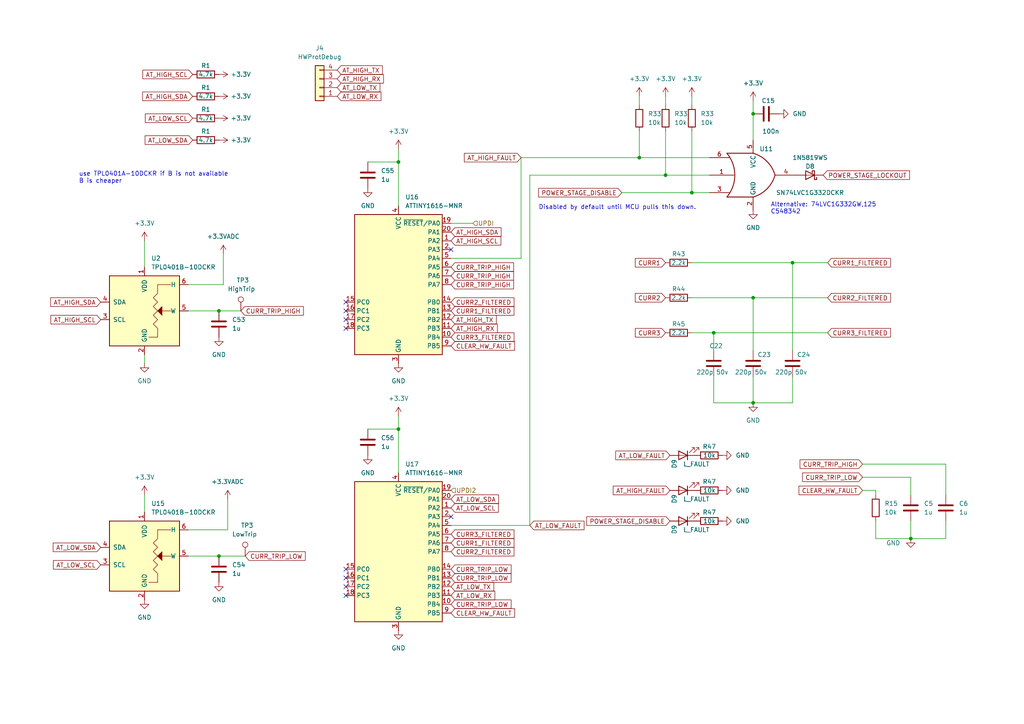
<source format=kicad_sch>
(kicad_sch (version 20230121) (generator eeschema)
  (paper "A4")
  (lib_symbols
    (symbol "Connector:TestPoint" (pin_numbers hide) (pin_names (offset 0.762) hide)
      (property "Reference" "TP" (at 0 6.858 0))
      (property "Value" "TestPoint" (at 0 5.08 0))
      (symbol "TestPoint_0_1"
        (circle (center 0 3.302) (radius 0.762))
      )
      (symbol "TestPoint_1_1"
        (pin passive line (at 0 0 90) (length 2.54) (name "1") (number "1"))
      )
    )
    (symbol "Connector_Generic:Conn_01x04" (pin_names (offset 1.016) hide)
      (property "Reference" "J" (at 0 5.08 0))
      (property "Value" "Conn_01x04" (at 0 -7.62 0))
      (symbol "Conn_01x04_1_1"
        (rectangle (start -1.27 -4.953) (end 0 -5.207) (stroke (width 0.1524)))
        (rectangle (start -1.27 -2.413) (end 0 -2.667) (stroke (width 0.1524)))
        (rectangle (start -1.27 0.127) (end 0 -0.127) (stroke (width 0.1524)))
        (rectangle (start -1.27 2.667) (end 0 2.413) (stroke (width 0.1524)))
        (rectangle (start -1.27 3.81) (end 1.27 -6.35) (stroke (width 0.254)) (fill (type background)))
        (pin passive line (at -5.08 2.54 0) (length 3.81) (name "Pin_1") (number "1"))
        (pin passive line (at -5.08 0 0) (length 3.81) (name "Pin_2") (number "2"))
        (pin passive line (at -5.08 -2.54 0) (length 3.81) (name "Pin_3") (number "3"))
        (pin passive line (at -5.08 -5.08 0) (length 3.81) (name "Pin_4") (number "4"))
      )
    )
    (symbol "Device:C" (pin_numbers hide) (pin_names (offset 0.254))
      (property "Reference" "C" (at 0.635 2.54 0))
      (property "Value" "C" (at 0.635 -2.54 0))
      (symbol "C_0_1"
        (polyline (pts (xy -2.032 -0.762) (xy 2.032 -0.762)) (stroke (width 0.508)))
        (polyline (pts (xy -2.032 0.762) (xy 2.032 0.762)) (stroke (width 0.508)))
      )
      (symbol "C_1_1"
        (pin passive line (at 0 3.81 270) (length 2.794) (name "~") (number "1"))
        (pin passive line (at 0 -3.81 90) (length 2.794) (name "~") (number "2"))
      )
    )
    (symbol "Device:D_Schottky" (pin_numbers hide) (pin_names (offset 1.016) hide)
      (property "Reference" "D" (at 0 2.54 0))
      (property "Value" "D_Schottky" (at 0 -2.54 0))
      (symbol "D_Schottky_0_1"
        (polyline (pts (xy 1.27 0) (xy -1.27 0)))
        (polyline (pts (xy 1.27 1.27) (xy 1.27 -1.27) (xy -1.27 0) (xy 1.27 1.27)) (stroke (width 0.254)))
        (polyline (pts (xy -1.905 0.635) (xy -1.905 1.27) (xy -1.27 1.27) (xy -1.27 -1.27) (xy -0.635 -1.27) (xy -0.635 -0.635)) (stroke (width 0.254)))
      )
      (symbol "D_Schottky_1_1"
        (pin passive line (at -3.81 0 0) (length 2.54) (name "K") (number "1"))
        (pin passive line (at 3.81 0 180) (length 2.54) (name "A") (number "2"))
      )
    )
    (symbol "Device:LED" (pin_numbers hide) (pin_names (offset 1.016) hide)
      (property "Reference" "D" (at 0 2.54 0))
      (property "Value" "LED" (at 0 -2.54 0))
      (symbol "LED_0_1"
        (polyline (pts (xy -1.27 -1.27) (xy -1.27 1.27)) (stroke (width 0.254)))
        (polyline (pts (xy -1.27 0) (xy 1.27 0)))
        (polyline (pts (xy 1.27 -1.27) (xy 1.27 1.27) (xy -1.27 0) (xy 1.27 -1.27)) (stroke (width 0.254)))
        (polyline (pts (xy -3.048 -0.762) (xy -4.572 -2.286) (xy -3.81 -2.286) (xy -4.572 -2.286) (xy -4.572 -1.524)))
        (polyline (pts (xy -1.778 -0.762) (xy -3.302 -2.286) (xy -2.54 -2.286) (xy -3.302 -2.286) (xy -3.302 -1.524)))
      )
      (symbol "LED_1_1"
        (pin passive line (at -3.81 0 0) (length 2.54) (name "K") (number "1"))
        (pin passive line (at 3.81 0 180) (length 2.54) (name "A") (number "2"))
      )
    )
    (symbol "Device:R" (pin_numbers hide) (pin_names (offset 0))
      (property "Reference" "R" (at 2.032 0 90))
      (property "Value" "R" (at 0 0 90))
      (symbol "R_0_1"
        (rectangle (start -1.016 -2.54) (end 1.016 2.54) (stroke (width 0.254)))
      )
      (symbol "R_1_1"
        (pin passive line (at 0 3.81 270) (length 1.27) (name "~") (number "1"))
        (pin passive line (at 0 -3.81 90) (length 1.27) (name "~") (number "2"))
      )
    )
    (symbol "GigaVescSymbols:74LVC1G332_1"
      (property "Reference" "U" (at -5.08 10.16 0))
      (property "Value" "74LVC1G332" (at 0 -10.16 0))
      (symbol "74LVC1G332_1_0_1"
        (arc (start -7.62 -6.35) (mid -5.321 0) (end -7.62 6.35) (stroke (width 0.254)))
        (arc (start 0 -6.35) (mid 3.9978 -3.9978) (end 6.35 0) (stroke (width 0.254)))
        (polyline (pts (xy 0 -6.35) (xy -7.62 -6.35)) (stroke (width 0.254)) (fill (type background)))
        (polyline (pts (xy 0 6.35) (xy -7.62 6.35)) (stroke (width 0.254)) (fill (type background)))
        (arc (start 6.35 0) (mid 3.9978 3.9978) (end 0 6.35) (stroke (width 0.254)))
      )
      (symbol "74LVC1G332_1_1_1"
        (pin input line (at -12.7 0 0) (length 7.11) (name "~") (number "1"))
        (pin power_in line (at 0 -10.16 90) (length 3.81) (name "GND") (number "2"))
        (pin input line (at -12.7 -5.08 0) (length 5.84) (name "~") (number "3"))
        (pin output line (at 12.7 0 180) (length 6.35) (name "~") (number "4"))
        (pin power_in line (at 0 10.16 270) (length 3.81) (name "VCC") (number "5"))
        (pin input line (at -12.7 5.08 0) (length 5.84) (name "~") (number "6"))
      )
    )
    (symbol "MCU_Microchip_ATtiny:ATtiny1616-M"
      (property "Reference" "U" (at -12.7 21.59 0))
      (property "Value" "ATtiny1616-M" (at 2.54 -21.59 0))
      (symbol "ATtiny1616-M_0_1"
        (rectangle (start -12.7 -20.32) (end 12.7 20.32) (stroke (width 0.254)) (fill (type background)))
      )
      (symbol "ATtiny1616-M_1_1"
        (pin bidirectional line (at 15.24 12.7 180) (length 2.54) (name "PA2") (number "1"))
        (pin bidirectional line (at 15.24 -15.24 180) (length 2.54) (name "PB4") (number "10"))
        (pin bidirectional line (at 15.24 -12.7 180) (length 2.54) (name "PB3") (number "11"))
        (pin bidirectional line (at 15.24 -10.16 180) (length 2.54) (name "PB2") (number "12"))
        (pin bidirectional line (at 15.24 -7.62 180) (length 2.54) (name "PB1") (number "13"))
        (pin bidirectional line (at 15.24 -5.08 180) (length 2.54) (name "PB0") (number "14"))
        (pin bidirectional line (at -15.24 -5.08 0) (length 2.54) (name "PC0") (number "15"))
        (pin bidirectional line (at -15.24 -7.62 0) (length 2.54) (name "PC1") (number "16"))
        (pin bidirectional line (at -15.24 -10.16 0) (length 2.54) (name "PC2") (number "17"))
        (pin bidirectional line (at -15.24 -12.7 0) (length 2.54) (name "PC3") (number "18"))
        (pin bidirectional line (at 15.24 17.78 180) (length 2.54) (name "~{RESET}/PA0") (number "19"))
        (pin bidirectional line (at 15.24 10.16 180) (length 2.54) (name "PA3") (number "2"))
        (pin bidirectional line (at 15.24 15.24 180) (length 2.54) (name "PA1") (number "20"))
        (pin passive line (at 0 -22.86 90) (length 2.54) hide (name "GND") (number "21"))
        (pin power_in line (at 0 -22.86 90) (length 2.54) (name "GND") (number "3"))
        (pin power_in line (at 0 22.86 270) (length 2.54) (name "VCC") (number "4"))
        (pin bidirectional line (at 15.24 7.62 180) (length 2.54) (name "PA4") (number "5"))
        (pin bidirectional line (at 15.24 5.08 180) (length 2.54) (name "PA5") (number "6"))
        (pin bidirectional line (at 15.24 2.54 180) (length 2.54) (name "PA6") (number "7"))
        (pin bidirectional line (at 15.24 0 180) (length 2.54) (name "PA7") (number "8"))
        (pin bidirectional line (at 15.24 -17.78 180) (length 2.54) (name "PB5") (number "9"))
      )
    )
    (symbol "Potentiometer_Digital:TPL0401B-10-Q1" (pin_names (offset 1.016))
      (property "Reference" "U" (at -10.16 11.43 0))
      (property "Value" "TPL0401B-10-Q1" (at 1.27 11.43 0))
      (symbol "TPL0401B-10-Q1_0_1"
        (polyline (pts (xy 7.62 0) (xy 5.08 0)))
        (polyline (pts (xy 5.08 -1.27) (xy 5.08 1.27) (xy 3.81 0) (xy 5.08 -1.27) (xy 5.08 -1.27)) (fill (type outline)))
        (polyline (pts (xy 7.62 7.62) (xy 3.81 7.62) (xy 3.81 5.08) (xy 2.54 3.81) (xy 3.81 2.54) (xy 2.54 1.27) (xy 3.81 0) (xy 2.54 -1.27) (xy 3.81 -2.54) (xy 2.54 -3.81) (xy 3.81 -5.08) (xy 3.81 -7.62) (xy 1.27 -7.62)))
      )
      (symbol "TPL0401B-10-Q1_1_1"
        (rectangle (start -10.16 10.16) (end 10.16 -10.16) (stroke (width 0.254)) (fill (type background)))
        (pin power_in line (at 0 12.7 270) (length 2.54) (name "VDD") (number "1"))
        (pin power_in line (at 0 -12.7 90) (length 2.54) (name "GND") (number "2"))
        (pin input line (at -12.7 -2.54 0) (length 2.54) (name "SCL") (number "3"))
        (pin bidirectional line (at -12.7 2.54 0) (length 2.54) (name "SDA") (number "4"))
        (pin passive line (at 12.7 0 180) (length 2.54) (name "W") (number "5"))
        (pin passive line (at 12.7 7.62 180) (length 2.54) (name "H") (number "6"))
      )
    )
    (symbol "power:+3.3V" (power) (pin_names (offset 0))
      (property "Value" "+3.3V" (at 0 3.556 0))
      (symbol "+3.3V_0_1"
        (polyline (pts (xy -0.762 1.27) (xy 0 2.54)))
        (polyline (pts (xy 0 0) (xy 0 2.54)))
        (polyline (pts (xy 0 2.54) (xy 0.762 1.27)))
      )
      (symbol "+3.3V_1_1"
        (pin power_in line (at 0 0 90) (length 0) hide (name "+3.3V") (number "1"))
      )
    )
    (symbol "power:+3.3VADC" (power) (pin_names (offset 0))
      (property "Value" "+3.3VADC" (at 0 2.54 0))
      (symbol "+3.3VADC_0_0"
        (pin power_in line (at 0 0 90) (length 0) hide (name "+3.3VADC") (number "1"))
      )
      (symbol "+3.3VADC_0_1"
        (polyline (pts (xy -0.762 1.27) (xy 0 2.54)))
        (polyline (pts (xy 0 0) (xy 0 2.54)))
        (polyline (pts (xy 0 2.54) (xy 0.762 1.27)))
      )
    )
    (symbol "power:GND" (power) (pin_names (offset 0))
      (property "Value" "GND" (at 0 -3.81 0))
      (symbol "GND_0_1"
        (polyline (pts (xy 0 0) (xy 0 -1.27) (xy 1.27 -1.27) (xy 0 -2.54) (xy -1.27 -1.27) (xy 0 -1.27)))
      )
      (symbol "GND_1_1"
        (pin power_in line (at 0 0 270) (length 0) hide (name "GND") (number "1"))
      )
    )
  )
  (junction (at 200.66 55.88))
  (junction (at 63.5 90.17))
  (junction (at 218.44 86.36))
  (junction (at 264.16 156.21))
  (junction (at 115.57 46.99))
  (junction (at 218.44 116.84))
  (junction (at 218.44 33.02))
  (junction (at 207.01 96.52))
  (junction (at 115.57 124.46))
  (junction (at 63.5 161.29))
  (junction (at 229.87 76.2))
  (junction (at 193.04 50.8))
  (junction (at 185.42 45.72))
  (no_connect (at 130.81 72.39))
  (no_connect (at 100.33 172.72))
  (no_connect (at 100.33 87.63))
  (no_connect (at 100.33 92.71))
  (no_connect (at 100.33 165.1))
  (no_connect (at 100.33 170.18))
  (no_connect (at 100.33 167.64))
  (no_connect (at 100.33 90.17))
  (no_connect (at 130.81 149.86))
  (no_connect (at 100.33 95.25))
  (wire (pts (xy 115.57 137.16) (xy 115.57 124.46)))
  (wire (pts (xy 218.44 29.21) (xy 218.44 33.02)))
  (wire (pts (xy 207.01 101.6) (xy 207.01 96.52)))
  (wire (pts (xy 254 156.21) (xy 264.16 156.21)))
  (wire (pts (xy 130.81 74.93) (xy 151.13 74.93)))
  (wire (pts (xy 218.44 86.36) (xy 240.03 86.36)))
  (wire (pts (xy 130.81 152.4) (xy 153.67 152.4)))
  (wire (pts (xy 185.42 38.1) (xy 185.42 45.72)))
  (wire (pts (xy 63.5 90.17) (xy 69.85 90.17)))
  (wire (pts (xy 106.68 124.46) (xy 115.57 124.46)))
  (wire (pts (xy 153.67 152.4) (xy 153.67 50.8)))
  (wire (pts (xy 207.01 109.22) (xy 207.01 116.84)))
  (wire (pts (xy 185.42 45.72) (xy 205.74 45.72)))
  (wire (pts (xy 153.67 50.8) (xy 193.04 50.8)))
  (wire (pts (xy 151.13 74.93) (xy 151.13 45.72)))
  (wire (pts (xy 200.66 76.2) (xy 229.87 76.2)))
  (wire (pts (xy 274.32 134.62) (xy 274.32 143.51)))
  (wire (pts (xy 207.01 96.52) (xy 240.03 96.52)))
  (wire (pts (xy 207.01 96.52) (xy 200.66 96.52)))
  (wire (pts (xy 115.57 46.99) (xy 115.57 59.69)))
  (wire (pts (xy 254 142.24) (xy 250.19 142.24)))
  (wire (pts (xy 229.87 116.84) (xy 218.44 116.84)))
  (wire (pts (xy 200.66 55.88) (xy 205.74 55.88)))
  (wire (pts (xy 200.66 86.36) (xy 218.44 86.36)))
  (wire (pts (xy 41.91 69.85) (xy 41.91 77.47)))
  (wire (pts (xy 151.13 45.72) (xy 185.42 45.72)))
  (wire (pts (xy 218.44 109.22) (xy 218.44 116.84)))
  (wire (pts (xy 115.57 43.18) (xy 115.57 46.99)))
  (wire (pts (xy 264.16 138.43) (xy 264.16 143.51)))
  (wire (pts (xy 229.87 76.2) (xy 229.87 101.6)))
  (wire (pts (xy 185.42 27.94) (xy 185.42 30.48)))
  (wire (pts (xy 274.32 151.13) (xy 274.32 156.21)))
  (wire (pts (xy 193.04 38.1) (xy 193.04 50.8)))
  (wire (pts (xy 115.57 120.65) (xy 115.57 124.46)))
  (wire (pts (xy 64.77 82.55) (xy 54.61 82.55)))
  (wire (pts (xy 54.61 161.29) (xy 63.5 161.29)))
  (wire (pts (xy 254 151.13) (xy 254 156.21)))
  (wire (pts (xy 250.19 138.43) (xy 264.16 138.43)))
  (wire (pts (xy 218.44 86.36) (xy 218.44 101.6)))
  (wire (pts (xy 264.16 151.13) (xy 264.16 156.21)))
  (wire (pts (xy 64.77 73.66) (xy 64.77 82.55)))
  (wire (pts (xy 106.68 46.99) (xy 115.57 46.99)))
  (wire (pts (xy 254 143.51) (xy 254 142.24)))
  (wire (pts (xy 193.04 27.94) (xy 193.04 30.48)))
  (wire (pts (xy 200.66 27.94) (xy 200.66 30.48)))
  (wire (pts (xy 218.44 33.02) (xy 218.44 40.64)))
  (wire (pts (xy 200.66 38.1) (xy 200.66 55.88)))
  (wire (pts (xy 274.32 156.21) (xy 264.16 156.21)))
  (wire (pts (xy 207.01 116.84) (xy 218.44 116.84)))
  (wire (pts (xy 130.81 64.77) (xy 137.16 64.77)))
  (wire (pts (xy 54.61 90.17) (xy 63.5 90.17)))
  (wire (pts (xy 41.91 102.87) (xy 41.91 105.41)))
  (wire (pts (xy 66.04 153.67) (xy 54.61 153.67)))
  (wire (pts (xy 41.91 143.51) (xy 41.91 148.59)))
  (wire (pts (xy 193.04 50.8) (xy 205.74 50.8)))
  (wire (pts (xy 63.5 161.29) (xy 71.12 161.29)))
  (wire (pts (xy 250.19 134.62) (xy 274.32 134.62)))
  (wire (pts (xy 180.34 55.88) (xy 200.66 55.88)))
  (wire (pts (xy 229.87 109.22) (xy 229.87 116.84)))
  (wire (pts (xy 66.04 144.78) (xy 66.04 153.67)))
  (wire (pts (xy 229.87 76.2) (xy 240.03 76.2)))
  (text "Alternative: 74LVC1G332GW,125\nC548342" (at 223.52 62.23 0) (effects (font (size 1.27 1.27)) (justify left bottom)))
  (text "Disabled by default until MCU pulls this down." (at 156.21 60.96 0) (effects (font (size 1.27 1.27)) (justify left bottom)))
  (text "use TPL0401A-10DCKR if B is not available\nB is cheaper" (at 22.86 53.34 0) (effects (font (size 1.27 1.27)) (justify left bottom)))
  (global_label "AT_HIGH_TX" (shape input) (at 130.81 92.71 0) (property "Intersheetrefs" "${INTERSHEET_REFS}" (effects hide)))
  (global_label "AT_LOW_SDA" (shape input) (at 55.88 40.64 180) (property "Intersheetrefs" "${INTERSHEET_REFS}" (effects hide)))
  (global_label "CLEAR_HW_FAULT" (shape input) (at 130.81 100.33 0) (property "Intersheetrefs" "${INTERSHEET_REFS}" (effects hide)))
  (global_label "POWER_STAGE_DISABLE" (shape input) (at 194.31 151.13 180) (property "Intersheetrefs" "${INTERSHEET_REFS}" (effects hide)))
  (global_label "POWER_STAGE_LOCKOUT" (shape input) (at 238.76 50.8 0) (property "Intersheetrefs" "${INTERSHEET_REFS}" (effects hide)))
  (global_label "CURR1_FILTERED" (shape input) (at 240.03 76.2 0) (property "Intersheetrefs" "${INTERSHEET_REFS}" (effects hide)))
  (global_label "AT_HIGH_SCL" (shape input) (at 130.81 69.85 0) (property "Intersheetrefs" "${INTERSHEET_REFS}" (effects hide)))
  (global_label "AT_LOW_FAULT" (shape input) (at 194.31 132.08 180) (property "Intersheetrefs" "${INTERSHEET_REFS}" (effects hide)))
  (global_label "AT_HIGH_TX" (shape input) (at 97.79 20.32 0) (property "Intersheetrefs" "${INTERSHEET_REFS}" (effects hide)))
  (global_label "AT_LOW_SCL" (shape input) (at 55.88 34.29 180) (property "Intersheetrefs" "${INTERSHEET_REFS}" (effects hide)))
  (global_label "AT_LOW_SCL" (shape input) (at 29.21 163.83 180) (property "Intersheetrefs" "${INTERSHEET_REFS}" (effects hide)))
  (global_label "CURR_TRIP_HIGH" (shape input) (at 130.81 82.55 0) (property "Intersheetrefs" "${INTERSHEET_REFS}" (effects hide)))
  (global_label "CLEAR_HW_FAULT" (shape input) (at 130.81 177.8 0) (property "Intersheetrefs" "${INTERSHEET_REFS}" (effects hide)))
  (global_label "AT_HIGH_RX" (shape input) (at 97.79 22.86 0) (property "Intersheetrefs" "${INTERSHEET_REFS}" (effects hide)))
  (global_label "CURR2" (shape input) (at 193.04 86.36 180) (property "Intersheetrefs" "${INTERSHEET_REFS}" (effects hide)))
  (global_label "AT_HIGH_SDA" (shape input) (at 130.81 67.31 0) (property "Intersheetrefs" "${INTERSHEET_REFS}" (effects hide)))
  (global_label "AT_HIGH_SCL" (shape input) (at 55.88 21.59 180) (property "Intersheetrefs" "${INTERSHEET_REFS}" (effects hide)))
  (global_label "CURR2_FILTERED" (shape input) (at 130.81 160.02 0) (property "Intersheetrefs" "${INTERSHEET_REFS}" (effects hide)))
  (global_label "CURR_TRIP_HIGH" (shape input) (at 69.85 90.17 0) (property "Intersheetrefs" "${INTERSHEET_REFS}" (effects hide)))
  (global_label "AT_HIGH_SDA" (shape input) (at 29.21 87.63 180) (property "Intersheetrefs" "${INTERSHEET_REFS}" (effects hide)))
  (global_label "CURR_TRIP_LOW" (shape input) (at 71.12 161.29 0) (property "Intersheetrefs" "${INTERSHEET_REFS}" (effects hide)))
  (global_label "CLEAR_HW_FAULT" (shape input) (at 250.19 142.24 180) (property "Intersheetrefs" "${INTERSHEET_REFS}" (effects hide)))
  (global_label "AT_LOW_RX" (shape input) (at 97.79 27.94 0) (property "Intersheetrefs" "${INTERSHEET_REFS}" (effects hide)))
  (global_label "CURR_TRIP_LOW" (shape input) (at 130.81 165.1 0) (property "Intersheetrefs" "${INTERSHEET_REFS}" (effects hide)))
  (global_label "AT_LOW_TX" (shape input) (at 97.79 25.4 0) (property "Intersheetrefs" "${INTERSHEET_REFS}" (effects hide)))
  (global_label "CURR2_FILTERED" (shape input) (at 130.81 87.63 0) (property "Intersheetrefs" "${INTERSHEET_REFS}" (effects hide)))
  (global_label "CURR_TRIP_LOW" (shape input) (at 250.19 138.43 180) (property "Intersheetrefs" "${INTERSHEET_REFS}" (effects hide)))
  (global_label "CURR_TRIP_LOW" (shape input) (at 130.81 167.64 0) (property "Intersheetrefs" "${INTERSHEET_REFS}" (effects hide)))
  (global_label "AT_LOW_FAULT" (shape input) (at 153.67 152.4 0) (property "Intersheetrefs" "${INTERSHEET_REFS}" (effects hide)))
  (global_label "AT_LOW_TX" (shape input) (at 130.81 170.18 0) (property "Intersheetrefs" "${INTERSHEET_REFS}" (effects hide)))
  (global_label "POWER_STAGE_DISABLE" (shape input) (at 180.34 55.88 180) (property "Intersheetrefs" "${INTERSHEET_REFS}" (effects hide)))
  (global_label "CURR1_FILTERED" (shape input) (at 130.81 90.17 0) (property "Intersheetrefs" "${INTERSHEET_REFS}" (effects hide)))
  (global_label "CURR2_FILTERED" (shape input) (at 240.03 86.36 0) (property "Intersheetrefs" "${INTERSHEET_REFS}" (effects hide)))
  (global_label "CURR1_FILTERED" (shape input) (at 130.81 157.48 0) (property "Intersheetrefs" "${INTERSHEET_REFS}" (effects hide)))
  (global_label "AT_LOW_SCL" (shape input) (at 130.81 147.32 0) (property "Intersheetrefs" "${INTERSHEET_REFS}" (effects hide)))
  (global_label "CURR1" (shape input) (at 193.04 76.2 180) (property "Intersheetrefs" "${INTERSHEET_REFS}" (effects hide)))
  (global_label "AT_LOW_SDA" (shape input) (at 29.21 158.75 180) (property "Intersheetrefs" "${INTERSHEET_REFS}" (effects hide)))
  (global_label "CURR3_FILTERED" (shape input) (at 130.81 97.79 0) (property "Intersheetrefs" "${INTERSHEET_REFS}" (effects hide)))
  (global_label "CURR3_FILTERED" (shape input) (at 240.03 96.52 0) (property "Intersheetrefs" "${INTERSHEET_REFS}" (effects hide)))
  (global_label "AT_LOW_SDA" (shape input) (at 130.81 144.78 0) (property "Intersheetrefs" "${INTERSHEET_REFS}" (effects hide)))
  (global_label "CURR_TRIP_HIGH" (shape input) (at 250.19 134.62 180) (property "Intersheetrefs" "${INTERSHEET_REFS}" (effects hide)))
  (global_label "AT_HIGH_FAULT" (shape input) (at 194.31 142.24 180) (property "Intersheetrefs" "${INTERSHEET_REFS}" (effects hide)))
  (global_label "CURR3" (shape input) (at 193.04 96.52 180) (property "Intersheetrefs" "${INTERSHEET_REFS}" (effects hide)))
  (global_label "AT_HIGH_FAULT" (shape input) (at 151.13 45.72 180) (property "Intersheetrefs" "${INTERSHEET_REFS}" (effects hide)))
  (global_label "AT_HIGH_SCL" (shape input) (at 29.21 92.71 180) (property "Intersheetrefs" "${INTERSHEET_REFS}" (effects hide)))
  (global_label "CURR_TRIP_HIGH" (shape input) (at 130.81 80.01 0) (property "Intersheetrefs" "${INTERSHEET_REFS}" (effects hide)))
  (global_label "CURR3_FILTERED" (shape input) (at 130.81 154.94 0) (property "Intersheetrefs" "${INTERSHEET_REFS}" (effects hide)))
  (global_label "AT_HIGH_RX" (shape input) (at 130.81 95.25 0) (property "Intersheetrefs" "${INTERSHEET_REFS}" (effects hide)))
  (global_label "AT_HIGH_SDA" (shape input) (at 55.88 27.94 180) (property "Intersheetrefs" "${INTERSHEET_REFS}" (effects hide)))
  (global_label "CURR_TRIP_LOW" (shape input) (at 130.81 175.26 0) (property "Intersheetrefs" "${INTERSHEET_REFS}" (effects hide)))
  (global_label "AT_LOW_RX" (shape input) (at 130.81 172.72 0) (property "Intersheetrefs" "${INTERSHEET_REFS}" (effects hide)))
  (global_label "CURR_TRIP_HIGH" (shape input) (at 130.81 77.47 0) (property "Intersheetrefs" "${INTERSHEET_REFS}" (effects hide)))
  (hierarchical_label "UPDI" (shape input) (at 137.16 64.77 0))
  (hierarchical_label "UPDI2" (shape input) (at 130.81 142.24 0))
  (symbol (lib_id "power:GND") (at 209.55 142.24 90) (unit 1)
    (property "Reference" "#PWR0143" (effects hide))
    (property "Value" "GND" (at 213.36 142.24 90) (effects (justify right)))
    (instances (project "DevKit" (path "" (reference "#PWR0143") (unit 1))) (project "HardwareProtection" (path "" (reference "#PWR05") (unit 1))))
  )
  (symbol (lib_id "power:GND") (at 63.5 168.91 0) (unit 1)
    (property "Reference" "#PWR0126" (effects hide))
    (property "Value" "GND" (at 63.5 173.99 0))
    (instances (project "DevKit" (path "" (reference "#PWR0126") (unit 1))) (project "HardwareProtection" (path "" (reference "#PWR09") (unit 1))))
  )
  (symbol (lib_id "Device:R") (at 185.42 34.29 0) (unit 1)
    (property "Reference" "R33" (at 187.96 33.02 0) (effects (justify left)))
    (property "Value" "10k" (at 187.96 35.56 0) (effects (justify left)))
    (property "Footprint" "Resistor_SMD:R_0603_1608Metric" (effects hide))
    (property "MPN" "C25804" (effects hide))
    (instances (project "GigaVescDrivers" (path "" (reference "R33") (unit 1))) (project "DevKit" (path "" (reference "R43") (unit 1)) (path "" (reference "R44") (unit 1)) (path "" (reference "R45") (unit 1)) (path "" (reference "R26") (unit 1))))
  )
  (symbol (lib_id "Device:C") (at 218.44 105.41 0) (unit 1)
    (property "Reference" "C23" (at 219.71 102.87 0) (effects (justify left)))
    (property "Value" "220p 50v" (at 213.106 107.95 0) (effects (justify left)))
    (property "Footprint" "Capacitor_SMD:C_0805_2012Metric" (effects hide))
    (property "MPN" "C107145" (effects hide))
    (instances (project "GigaVescDrivers" (path "" (reference "C23") (unit 1))) (project "DevKit" (path "" (reference "C50") (unit 1))))
  )
  (symbol (lib_id "Device:C") (at 274.32 147.32 0) (unit 1)
    (property "Reference" "C6" (at 278.13 146.05 0) (effects (justify left)))
    (property "Value" "1u" (at 278.13 148.59 0) (effects (justify left)))
    (property "Footprint" "Capacitor_SMD:C_0603_1608Metric" (effects hide))
    (property "MPN" "C15849" (effects hide))
    (instances (project "GigaVescDrivers" (path "" (reference "C6") (unit 1))) (project "DevKit" (path "" (reference "C48") (unit 1)) (path "" (reference "C48") (unit 1))))
  )
  (symbol (lib_id "power:+3.3V") (at 63.5 40.64 270) (unit 1)
    (property "Reference" "#PWR0141" (effects hide))
    (property "Value" "+3.3V" (at 69.85 40.64 90))
    (instances (project "DevKit" (path "" (reference "#PWR0141") (unit 1))) (project "HardwareProtection" (path "" (reference "#PWR03") (unit 1))))
  )
  (symbol (lib_id "Device:R") (at 59.69 21.59 270) (unit 1)
    (property "Reference" "R1" (at 59.69 19.05 90))
    (property "Value" "4.7k" (at 59.69 21.59 90))
    (property "Footprint" "Resistor_SMD:R_0603_1608Metric" (effects hide))
    (property "MPN" "C23162" (effects hide))
    (instances (project "DevKit" (path "" (reference "R1") (unit 1)) (path "" (reference "R43") (unit 1)) (path "" (reference "R44") (unit 1))))
  )
  (symbol (lib_id "power:GND") (at 218.44 116.84 0) (unit 1)
    (property "Reference" "#PWR058" (effects hide))
    (property "Value" "GND" (at 218.44 121.92 0))
    (instances (project "GigaVescDrivers" (path "" (reference "#PWR058") (unit 1))) (project "DevKit" (path "" (reference "#PWR0121") (unit 1))))
  )
  (symbol (lib_id "Device:D_Schottky") (at 234.95 50.8 180) (unit 1)
    (property "Reference" "D8" (at 234.95 48.26 0))
    (property "Value" "1N5819WS" (at 234.95 45.72 0))
    (property "Footprint" "Diode_SMD:D_SOD-323" (effects hide))
    (property "MPN" "C191023" (effects hide))
    (instances (project "DevKit" (path "" (reference "D8") (unit 1)) (path "" (reference "D8") (unit 1)) (path "" (reference "D3") (unit 1))))
  )
  (symbol (lib_id "Device:R") (at 205.74 132.08 90) (unit 1)
    (property "Reference" "R47" (at 205.74 129.54 90))
    (property "Value" "10k" (at 205.74 132.08 90))
    (property "Footprint" "Resistor_SMD:R_0603_1608Metric" (effects hide))
    (property "MPN" "C25804" (effects hide))
  )
  (symbol (lib_id "GigaVescSymbols:74LVC1G332_1") (at 218.44 50.8 0) (unit 1)
    (property "Reference" "U11" (at 222.25 43.18 0))
    (property "Value" "SN74LVC1G332DCKR" (at 234.95 55.88 0))
    (property "Footprint" "Package_TO_SOT_SMD:SOT-363_SC-70-6" (effects hide))
    (property "Datasheet" "http://www.ti.com/lit/sg/scyt129e/scyt129e.pdf" (effects hide))
    (property "MPN" "C2865081" (effects hide))
  )
  (symbol (lib_id "Potentiometer_Digital:TPL0401B-10-Q1") (at 41.91 90.17 0) (unit 1)
    (property "Reference" "U2" (at 43.8659 74.93 0) (effects (justify left)))
    (property "Value" "TPL0401B-10DCKR" (at 43.8659 77.47 0) (effects (justify left)))
    (property "Footprint" "Package_TO_SOT_SMD:Texas_R-PDSO-G6" (effects hide))
    (property "Datasheet" "http://www.ti.com/lit/ds/symlink/tpl0401a-10-q1.pdf" (effects hide))
    (property "MPN" "C2666599" (effects hide))
    (property "JLCRotOffset" "-180" (effects hide))
    (instances (project "DevKit" (path "" (reference "U2") (unit 1))) (project "HardwareProtection" (path "" (reference "U4") (unit 1))))
  )
  (symbol (lib_id "Device:C") (at 106.68 128.27 0) (unit 1)
    (property "Reference" "C56" (at 110.49 127 0) (effects (justify left)))
    (property "Value" "1u" (at 110.49 129.54 0) (effects (justify left)))
    (property "Footprint" "Capacitor_SMD:C_0402_1005Metric" (effects hide))
    (property "MPN" "C52923" (effects hide))
    (instances (project "DevKit" (path "" (reference "C56") (unit 1))) (project "HardwareProtection" (path "" (reference "C2") (unit 1))))
  )
  (symbol (lib_id "power:GND") (at 41.91 105.41 0) (unit 1)
    (property "Reference" "#PWR088" (effects hide))
    (property "Value" "GND" (at 41.91 110.49 0))
    (instances (project "DevKit" (path "" (reference "#PWR088") (unit 1))) (project "HardwareProtection" (path "" (reference "#PWR07") (unit 1))))
  )
  (symbol (lib_id "Device:R") (at 196.85 86.36 90) (unit 1)
    (property "Reference" "R44" (at 196.85 83.82 90))
    (property "Value" "2.2k" (at 196.85 86.36 90))
    (property "Footprint" "Resistor_SMD:R_0603_1608Metric" (effects hide))
    (property "MPN" "C4190" (effects hide))
    (instances (project "GigaVescDrivers" (path "" (reference "R44") (unit 1))) (project "DevKit" (path "" (reference "R38") (unit 1))))
  )
  (symbol (lib_id "power:GND") (at 209.55 132.08 90) (unit 1)
    (property "Reference" "#PWR0142" (effects hide))
    (property "Value" "GND" (at 213.36 132.08 90) (effects (justify right)))
    (instances (project "DevKit" (path "" (reference "#PWR0142") (unit 1))) (project "HardwareProtection" (path "" (reference "#PWR05") (unit 1))))
  )
  (symbol (lib_id "power:GND") (at 209.55 151.13 90) (unit 1)
    (property "Reference" "#PWR0144" (effects hide))
    (property "Value" "GND" (at 213.36 151.13 90) (effects (justify right)))
    (instances (project "DevKit" (path "" (reference "#PWR0144") (unit 1))) (project "HardwareProtection" (path "" (reference "#PWR05") (unit 1))))
  )
  (symbol (lib_id "MCU_Microchip_ATtiny:ATtiny1616-M") (at 115.57 82.55 0) (unit 1)
    (property "Reference" "U16" (at 117.5259 57.15 0) (effects (justify left)))
    (property "Value" "ATTINY1616-MNR" (at 117.5259 59.69 0) (effects (justify left)))
    (property "Footprint" "Package_DFN_QFN:VQFN-20-1EP_3x3mm_P0.4mm_EP1.7x1.7mm" (effects hide))
    (property "Datasheet" "http://ww1.microchip.com/downloads/en/DeviceDoc/ATtiny3216_ATtiny1616-data-sheet-40001997B.pdf" (effects hide))
    (property "MPN" "C507118" (effects hide))
    (property "JLCRotOffset" "-90" (effects hide))
    (instances (project "DevKit" (path "" (reference "U16") (unit 1))) (project "HardwareProtection" (path "" (reference "U1") (unit 1))))
  )
  (symbol (lib_id "power:+3.3VADC") (at 64.77 73.66 0) (unit 1)
    (property "Reference" "#PWR0127" (effects hide))
    (property "Value" "+3.3VADC" (at 64.77 68.58 0))
    (instances (project "DevKit" (path "" (reference "#PWR0127") (unit 1))) (project "HardwareProtection" (path "" (reference "#PWR014") (unit 1))))
  )
  (symbol (lib_id "power:+3.3V") (at 63.5 21.59 270) (unit 1)
    (property "Reference" "#PWR066" (effects hide))
    (property "Value" "+3.3V" (at 69.85 21.59 90))
    (instances (project "DevKit" (path "" (reference "#PWR066") (unit 1))) (project "HardwareProtection" (path "" (reference "#PWR03") (unit 1))))
  )
  (symbol (lib_id "power:GND") (at 226.06 33.02 90) (unit 1)
    (property "Reference" "#PWR043" (effects hide))
    (property "Value" "GND" (at 229.87 33.02 90) (effects (justify right)))
    (instances (project "GigaVescDrivers" (path "" (reference "#PWR043") (unit 1))) (project "DevKit" (path "" (reference "#PWR093") (unit 1)) (path "" (reference "#PWR0101") (unit 1)) (path "" (reference "#PWR0109") (unit 1)) (path "" (reference "#PWR095") (unit 1))))
  )
  (symbol (lib_id "power:GND") (at 41.91 173.99 0) (unit 1)
    (property "Reference" "#PWR0124" (effects hide))
    (property "Value" "GND" (at 41.91 179.07 0))
    (instances (project "DevKit" (path "" (reference "#PWR0124") (unit 1))) (project "HardwareProtection" (path "" (reference "#PWR010") (unit 1))))
  )
  (symbol (lib_id "Device:C") (at 207.01 105.41 0) (unit 1)
    (property "Reference" "C22" (at 205.74 100.33 0) (effects (justify left)))
    (property "Value" "220p 50v" (at 201.93 107.95 0) (effects (justify left)))
    (property "Footprint" "Capacitor_SMD:C_0805_2012Metric" (effects hide))
    (property "MPN" "C107145" (effects hide))
    (instances (project "GigaVescDrivers" (path "" (reference "C22") (unit 1))) (project "DevKit" (path "" (reference "C49") (unit 1))))
  )
  (symbol (lib_id "Device:C") (at 222.25 33.02 90) (unit 1)
    (property "Reference" "C15" (at 224.79 29.21 90) (effects (justify left)))
    (property "Value" "100n" (at 226.06 38.1 90) (effects (justify left)))
    (property "Footprint" "Capacitor_SMD:C_0603_1608Metric" (effects hide))
    (property "MPN" "C14663" (effects hide))
    (instances (project "GigaVescDrivers" (path "" (reference "C15") (unit 1))) (project "DevKit" (path "" (reference "C44") (unit 1)) (path "" (reference "C45") (unit 1)) (path "" (reference "C46") (unit 1)) (path "" (reference "C44") (unit 1))))
  )
  (symbol (lib_id "power:GND") (at 106.68 132.08 0) (unit 1)
    (property "Reference" "#PWR0130" (effects hide))
    (property "Value" "GND" (at 106.68 137.16 0))
    (instances (project "DevKit" (path "" (reference "#PWR0130") (unit 1))) (project "HardwareProtection" (path "" (reference "#PWR02") (unit 1))))
  )
  (symbol (lib_id "power:+3.3V") (at 193.04 27.94 0) (unit 1)
    (property "Reference" "#PWR040" (effects hide))
    (property "Value" "+3.3V" (at 193.04 22.86 0))
    (instances (project "GigaVescDrivers" (path "" (reference "#PWR040") (unit 1))) (project "DevKit" (path "" (reference "#PWR073") (unit 1)) (path "" (reference "#PWR080") (unit 1)) (path "" (reference "#PWR096") (unit 1)) (path "" (reference "#PWR080") (unit 1))))
  )
  (symbol (lib_id "Device:R") (at 59.69 27.94 270) (unit 1)
    (property "Reference" "R1" (at 59.69 25.4 90))
    (property "Value" "4.7k" (at 59.69 27.94 90))
    (property "Footprint" "Resistor_SMD:R_0603_1608Metric" (effects hide))
    (property "MPN" "C23162" (effects hide))
    (instances (project "DevKit" (path "" (reference "R1") (unit 1)) (path "" (reference "R43") (unit 1)) (path "" (reference "R43") (unit 1))))
  )
  (symbol (lib_id "power:+3.3V") (at 115.57 120.65 0) (unit 1)
    (property "Reference" "#PWR0133" (effects hide))
    (property "Value" "+3.3V" (at 115.57 115.57 0))
    (instances (project "DevKit" (path "" (reference "#PWR0133") (unit 1))) (project "HardwareProtection" (path "" (reference "#PWR06") (unit 1))))
  )
  (symbol (lib_id "Device:C") (at 63.5 93.98 0) (unit 1)
    (property "Reference" "C53" (at 67.31 92.71 0) (effects (justify left)))
    (property "Value" "1u" (at 67.31 95.25 0) (effects (justify left)))
    (property "Footprint" "Capacitor_SMD:C_0402_1005Metric" (effects hide))
    (property "MPN" "C52923" (effects hide))
    (instances (project "DevKit" (path "" (reference "C53") (unit 1))) (project "HardwareProtection" (path "" (reference "C4") (unit 1))))
  )
  (symbol (lib_id "power:+3.3V") (at 185.42 27.94 0) (unit 1)
    (property "Reference" "#PWR040" (effects hide))
    (property "Value" "+3.3V" (at 185.42 22.86 0))
    (instances (project "GigaVescDrivers" (path "" (reference "#PWR040") (unit 1))) (project "DevKit" (path "" (reference "#PWR0104") (unit 1)) (path "" (reference "#PWR0112") (unit 1)) (path "" (reference "#PWR0113") (unit 1)) (path "" (reference "#PWR073") (unit 1))))
  )
  (symbol (lib_id "power:+3.3V") (at 41.91 143.51 0) (unit 1)
    (property "Reference" "#PWR0123" (effects hide))
    (property "Value" "+3.3V" (at 41.91 138.43 0))
    (instances (project "DevKit" (path "" (reference "#PWR0123") (unit 1))) (project "HardwareProtection" (path "" (reference "#PWR011") (unit 1))))
  )
  (symbol (lib_id "Device:R") (at 196.85 76.2 90) (unit 1)
    (property "Reference" "R43" (at 196.85 73.66 90))
    (property "Value" "2.2k" (at 196.85 76.2 90))
    (property "Footprint" "Resistor_SMD:R_0603_1608Metric" (effects hide))
    (property "MPN" "C4190" (effects hide))
    (instances (project "GigaVescDrivers" (path "" (reference "R43") (unit 1))) (project "DevKit" (path "" (reference "R37") (unit 1))))
  )
  (symbol (lib_id "power:+3.3V") (at 218.44 29.21 0) (unit 1)
    (property "Reference" "#PWR041" (effects hide))
    (property "Value" "+3.3V" (at 218.44 24.13 0))
    (instances (project "GigaVescDrivers" (path "" (reference "#PWR041") (unit 1))) (project "DevKit" (path "" (reference "#PWR095") (unit 1)) (path "" (reference "#PWR0103") (unit 1)) (path "" (reference "#PWR0111") (unit 1)) (path "" (reference "#PWR093") (unit 1))))
  )
  (symbol (lib_id "Device:R") (at 59.69 34.29 270) (unit 1)
    (property "Reference" "R1" (at 59.69 31.75 90))
    (property "Value" "4.7k" (at 59.69 34.29 90))
    (property "Footprint" "Resistor_SMD:R_0603_1608Metric" (effects hide))
    (property "MPN" "C23162" (effects hide))
    (instances (project "DevKit" (path "" (reference "R1") (unit 1)) (path "" (reference "R43") (unit 1)) (path "" (reference "R45") (unit 1))))
  )
  (symbol (lib_id "Device:LED") (at 198.12 142.24 180) (unit 1)
    (property "Reference" "D9" (at 195.58 146.05 90) (effects (justify right)))
    (property "Value" "L_FAULT" (at 198.12 144.78 0) (effects (justify right)))
    (property "Footprint" "LED_SMD:LED_0603_1608Metric" (effects hide))
    (property "MPN" "C2286" (effects hide))
    (instances (project "DevKit" (path "" (reference "D9") (unit 1)) (path "" (reference "D10") (unit 1))))
  )
  (symbol (lib_id "power:+3.3VADC") (at 66.04 144.78 0) (unit 1)
    (property "Reference" "#PWR0128" (effects hide))
    (property "Value" "+3.3VADC" (at 66.04 139.7 0))
    (instances (project "DevKit" (path "" (reference "#PWR0128") (unit 1))) (project "HardwareProtection" (path "" (reference "#PWR013") (unit 1))))
  )
  (symbol (lib_id "Device:C") (at 264.16 147.32 0) (unit 1)
    (property "Reference" "C5" (at 267.97 146.05 0) (effects (justify left)))
    (property "Value" "1u" (at 267.97 148.59 0) (effects (justify left)))
    (property "Footprint" "Capacitor_SMD:C_0603_1608Metric" (effects hide))
    (property "MPN" "C15849" (effects hide))
    (instances (project "GigaVescDrivers" (path "" (reference "C5") (unit 1))) (project "DevKit" (path "" (reference "C47") (unit 1)) (path "" (reference "C47") (unit 1))))
  )
  (symbol (lib_id "Device:R") (at 59.69 40.64 270) (unit 1)
    (property "Reference" "R1" (at 59.69 38.1 90))
    (property "Value" "4.7k" (at 59.69 40.64 90))
    (property "Footprint" "Resistor_SMD:R_0603_1608Metric" (effects hide))
    (property "MPN" "C23162" (effects hide))
    (instances (project "DevKit" (path "" (reference "R1") (unit 1)) (path "" (reference "R43") (unit 1)) (path "" (reference "R46") (unit 1))))
  )
  (symbol (lib_id "power:GND") (at 264.16 156.21 0) (unit 1)
    (property "Reference" "#PWR023" (effects hide))
    (property "Value" "GND" (at 259.08 157.48 0))
    (instances (project "GigaVescDrivers" (path "" (reference "#PWR023") (unit 1))) (project "DevKit" (path "" (reference "#PWR0114") (unit 1)) (path "" (reference "#PWR0114") (unit 1))))
  )
  (symbol (lib_id "power:+3.3V") (at 63.5 34.29 270) (unit 1)
    (property "Reference" "#PWR0140" (effects hide))
    (property "Value" "+3.3V" (at 69.85 34.29 90))
    (instances (project "DevKit" (path "" (reference "#PWR0140") (unit 1))) (project "HardwareProtection" (path "" (reference "#PWR03") (unit 1))))
  )
  (symbol (lib_id "power:+3.3V") (at 200.66 27.94 0) (unit 1)
    (property "Reference" "#PWR040" (effects hide))
    (property "Value" "+3.3V" (at 200.66 22.86 0))
    (instances (project "GigaVescDrivers" (path "" (reference "#PWR040") (unit 1))) (project "DevKit" (path "" (reference "#PWR092") (unit 1)) (path "" (reference "#PWR0100") (unit 1)) (path "" (reference "#PWR0108") (unit 1)) (path "" (reference "#PWR092") (unit 1))))
  )
  (symbol (lib_id "Device:R") (at 196.85 96.52 90) (unit 1)
    (property "Reference" "R45" (at 196.85 93.98 90))
    (property "Value" "2.2k" (at 196.85 96.52 90))
    (property "Footprint" "Resistor_SMD:R_0603_1608Metric" (effects hide))
    (property "MPN" "C4190" (effects hide))
    (instances (project "GigaVescDrivers" (path "" (reference "R45") (unit 1))) (project "DevKit" (path "" (reference "R39") (unit 1))))
  )
  (symbol (lib_id "MCU_Microchip_ATtiny:ATtiny1616-M") (at 115.57 160.02 0) (unit 1)
    (property "Reference" "U17" (at 117.5259 134.62 0) (effects (justify left)))
    (property "Value" "ATTINY1616-MNR" (at 117.5259 137.16 0) (effects (justify left)))
    (property "Footprint" "Package_DFN_QFN:VQFN-20-1EP_3x3mm_P0.4mm_EP1.7x1.7mm" (effects hide))
    (property "Datasheet" "http://ww1.microchip.com/downloads/en/DeviceDoc/ATtiny3216_ATtiny1616-data-sheet-40001997B.pdf" (effects hide))
    (property "MPN" "C507118" (effects hide))
    (property "JLCRotOffset" "-90" (effects hide))
    (instances (project "DevKit" (path "" (reference "U17") (unit 1))) (project "HardwareProtection" (path "" (reference "U2") (unit 1))))
  )
  (symbol (lib_id "Device:R") (at 205.74 151.13 90) (unit 1)
    (property "Reference" "R47" (at 205.74 148.59 90))
    (property "Value" "10k" (at 205.74 151.13 90))
    (property "Footprint" "Resistor_SMD:R_0603_1608Metric" (effects hide))
    (property "MPN" "C25804" (effects hide))
    (instances (project "DevKit" (path "" (reference "R47") (unit 1)) (path "" (reference "R49") (unit 1))))
  )
  (symbol (lib_id "power:GND") (at 115.57 182.88 0) (unit 1)
    (property "Reference" "#PWR0134" (effects hide))
    (property "Value" "GND" (at 115.57 187.96 0))
    (instances (project "DevKit" (path "" (reference "#PWR0134") (unit 1))) (project "HardwareProtection" (path "" (reference "#PWR05") (unit 1))))
  )
  (symbol (lib_id "Device:C") (at 63.5 165.1 0) (unit 1)
    (property "Reference" "C54" (at 67.31 163.83 0) (effects (justify left)))
    (property "Value" "1u" (at 67.31 166.37 0) (effects (justify left)))
    (property "Footprint" "Capacitor_SMD:C_0402_1005Metric" (effects hide))
    (property "MPN" "C52923" (effects hide))
    (instances (project "DevKit" (path "" (reference "C54") (unit 1))) (project "HardwareProtection" (path "" (reference "C3") (unit 1))))
  )
  (symbol (lib_id "Device:C") (at 229.87 105.41 0) (unit 1)
    (property "Reference" "C24" (at 231.14 102.87 0) (effects (justify left)))
    (property "Value" "220p 50v" (at 224.79 107.95 0) (effects (justify left)))
    (property "Footprint" "Capacitor_SMD:C_0805_2012Metric" (effects hide))
    (property "MPN" "C107145" (effects hide))
    (instances (project "GigaVescDrivers" (path "" (reference "C24") (unit 1))) (project "DevKit" (path "" (reference "C51") (unit 1))))
  )
  (symbol (lib_id "power:GND") (at 106.68 54.61 0) (unit 1)
    (property "Reference" "#PWR0129" (effects hide))
    (property "Value" "GND" (at 106.68 59.69 0))
    (instances (project "DevKit" (path "" (reference "#PWR0129") (unit 1))) (project "HardwareProtection" (path "" (reference "#PWR01") (unit 1))))
  )
  (symbol (lib_id "Potentiometer_Digital:TPL0401B-10-Q1") (at 41.91 161.29 0) (unit 1)
    (property "Reference" "U15" (at 43.8659 146.05 0) (effects (justify left)))
    (property "Value" "TPL0401B-10DCKR" (at 43.8659 148.59 0) (effects (justify left)))
    (property "Footprint" "Package_TO_SOT_SMD:Texas_R-PDSO-G6" (effects hide))
    (property "Datasheet" "http://www.ti.com/lit/ds/symlink/tpl0401a-10-q1.pdf" (effects hide))
    (property "MPN" "C2666599" (effects hide))
    (property "JLCRotOffset" "-180" (effects hide))
    (instances (project "DevKit" (path "" (reference "U15") (unit 1))) (project "HardwareProtection" (path "" (reference "U4") (unit 1))))
  )
  (symbol (lib_id "Device:C") (at 106.68 50.8 0) (unit 1)
    (property "Reference" "C55" (at 110.49 49.53 0) (effects (justify left)))
    (property "Value" "1u" (at 110.49 52.07 0) (effects (justify left)))
    (property "Footprint" "Capacitor_SMD:C_0402_1005Metric" (effects hide))
    (property "MPN" "C52923" (effects hide))
    (instances (project "DevKit" (path "" (reference "C55") (unit 1))) (project "HardwareProtection" (path "" (reference "C1") (unit 1))))
  )
  (symbol (lib_id "power:GND") (at 115.57 105.41 0) (unit 1)
    (property "Reference" "#PWR0132" (effects hide))
    (property "Value" "GND" (at 115.57 110.49 0))
    (instances (project "DevKit" (path "" (reference "#PWR0132") (unit 1))) (project "HardwareProtection" (path "" (reference "#PWR04") (unit 1))))
  )
  (symbol (lib_id "Device:LED") (at 198.12 132.08 180) (unit 1)
    (property "Reference" "D9" (at 195.58 135.89 90) (effects (justify right)))
    (property "Value" "L_FAULT" (at 198.12 134.62 0) (effects (justify right)))
    (property "Footprint" "LED_SMD:LED_0603_1608Metric" (effects hide))
    (property "MPN" "C2286" (effects hide))
  )
  (symbol (lib_id "Device:R") (at 254 147.32 0) (unit 1)
    (property "Reference" "R15" (at 256.54 146.05 0) (effects (justify left)))
    (property "Value" "10k" (at 256.54 148.59 0) (effects (justify left)))
    (property "Footprint" "Resistor_SMD:R_0603_1608Metric" (effects hide))
    (property "MPN" "C25804" (effects hide))
    (instances (project "GigaVescDrivers" (path "" (reference "R15") (unit 1))) (project "DevKit" (path "" (reference "R36") (unit 1)) (path "" (reference "R36") (unit 1))))
  )
  (symbol (lib_id "power:+3.3V") (at 41.91 69.85 0) (unit 1)
    (property "Reference" "#PWR085" (effects hide))
    (property "Value" "+3.3V" (at 41.91 64.77 0))
    (instances (project "DevKit" (path "" (reference "#PWR085") (unit 1))) (project "HardwareProtection" (path "" (reference "#PWR012") (unit 1))))
  )
  (symbol (lib_id "power:GND") (at 63.5 97.79 0) (unit 1)
    (property "Reference" "#PWR0125" (effects hide))
    (property "Value" "GND" (at 63.5 102.87 0))
    (instances (project "DevKit" (path "" (reference "#PWR0125") (unit 1))) (project "HardwareProtection" (path "" (reference "#PWR08") (unit 1))))
  )
  (symbol (lib_id "power:+3.3V") (at 115.57 43.18 0) (unit 1)
    (property "Reference" "#PWR0131" (effects hide))
    (property "Value" "+3.3V" (at 115.57 38.1 0))
    (instances (project "DevKit" (path "" (reference "#PWR0131") (unit 1))) (project "HardwareProtection" (path "" (reference "#PWR03") (unit 1))))
  )
  (symbol (lib_id "Device:R") (at 193.04 34.29 0) (unit 1)
    (property "Reference" "R33" (at 195.58 33.02 0) (effects (justify left)))
    (property "Value" "10k" (at 195.58 35.56 0) (effects (justify left)))
    (property "Footprint" "Resistor_SMD:R_0603_1608Metric" (effects hide))
    (property "MPN" "C25804" (effects hide))
    (instances (project "GigaVescDrivers" (path "" (reference "R33") (unit 1))) (project "DevKit" (path "" (reference "R40") (unit 1)) (path "" (reference "R41") (unit 1)) (path "" (reference "R42") (unit 1)) (path "" (reference "R31") (unit 1))))
  )
  (symbol (lib_id "power:GND") (at 218.44 60.96 0) (unit 1)
    (property "Reference" "#PWR042" (effects hide))
    (property "Value" "GND" (at 218.44 66.04 0))
    (instances (project "GigaVescDrivers" (path "" (reference "#PWR042") (unit 1))) (project "DevKit" (path "" (reference "#PWR094") (unit 1)) (path "" (reference "#PWR0102") (unit 1)) (path "" (reference "#PWR0110") (unit 1)) (path "" (reference "#PWR094") (unit 1))))
  )
  (symbol (lib_id "Device:R") (at 205.74 142.24 90) (unit 1)
    (property "Reference" "R47" (at 205.74 139.7 90))
    (property "Value" "10k" (at 205.74 142.24 90))
    (property "Footprint" "Resistor_SMD:R_0603_1608Metric" (effects hide))
    (property "MPN" "C25804" (effects hide))
    (instances (project "DevKit" (path "" (reference "R47") (unit 1)) (path "" (reference "R48") (unit 1))))
  )
  (symbol (lib_id "Connector:TestPoint") (at 69.85 90.17 0) (unit 1)
    (property "Reference" "TP3" (at 68.58 81.28 0) (effects (justify left)))
    (property "Value" "HighTrip" (at 66.04 83.82 0) (effects (justify left)))
    (property "Footprint" "TestPoint:TestPoint_Pad_D1.0mm" (effects hide))
  )
  (symbol (lib_id "Device:R") (at 200.66 34.29 0) (unit 1)
    (property "Reference" "R33" (at 203.2 33.02 0) (effects (justify left)))
    (property "Value" "10k" (at 203.2 35.56 0) (effects (justify left)))
    (property "Footprint" "Resistor_SMD:R_0603_1608Metric" (effects hide))
    (property "MPN" "C25804" (effects hide))
    (instances (project "GigaVescDrivers" (path "" (reference "R33") (unit 1))) (project "DevKit" (path "" (reference "R26") (unit 1)) (path "" (reference "R33") (unit 1)) (path "" (reference "R35") (unit 1)) (path "" (reference "R32") (unit 1))))
  )
  (symbol (lib_id "Device:LED") (at 198.12 151.13 180) (unit 1)
    (property "Reference" "D9" (at 195.58 154.94 90) (effects (justify right)))
    (property "Value" "L_FAULT" (at 198.12 153.67 0) (effects (justify right)))
    (property "Footprint" "LED_SMD:LED_0603_1608Metric" (effects hide))
    (property "MPN" "C2286" (effects hide))
    (instances (project "DevKit" (path "" (reference "D9") (unit 1)) (path "" (reference "D11") (unit 1))))
  )
  (symbol (lib_id "Connector:TestPoint") (at 71.12 161.29 0) (unit 1)
    (property "Reference" "TP3" (at 69.85 152.4 0) (effects (justify left)))
    (property "Value" "LowTrip" (at 67.31 154.94 0) (effects (justify left)))
    (property "Footprint" "TestPoint:TestPoint_Pad_D1.0mm" (effects hide))
    (instances (project "DevKit" (path "" (reference "TP3") (unit 1)) (path "" (reference "TP4") (unit 1))))
  )
  (symbol (lib_id "Connector_Generic:Conn_01x04") (at 92.71 25.4 180) (unit 1)
    (property "Reference" "J4" (at 92.71 13.97 0))
    (property "Value" "HWProtDebug" (at 92.71 16.51 0))
    (property "Footprint" "Connector_PinHeader_2.00mm:PinHeader_1x04_P2.00mm_Vertical" (effects hide))
  )
  (symbol (lib_id "power:+3.3V") (at 63.5 27.94 270) (unit 1)
    (property "Reference" "#PWR055" (effects hide))
    (property "Value" "+3.3V" (at 69.85 27.94 90))
    (instances (project "DevKit" (path "" (reference "#PWR055") (unit 1))) (project "HardwareProtection" (path "" (reference "#PWR03") (unit 1))))
  )
)
</source>
